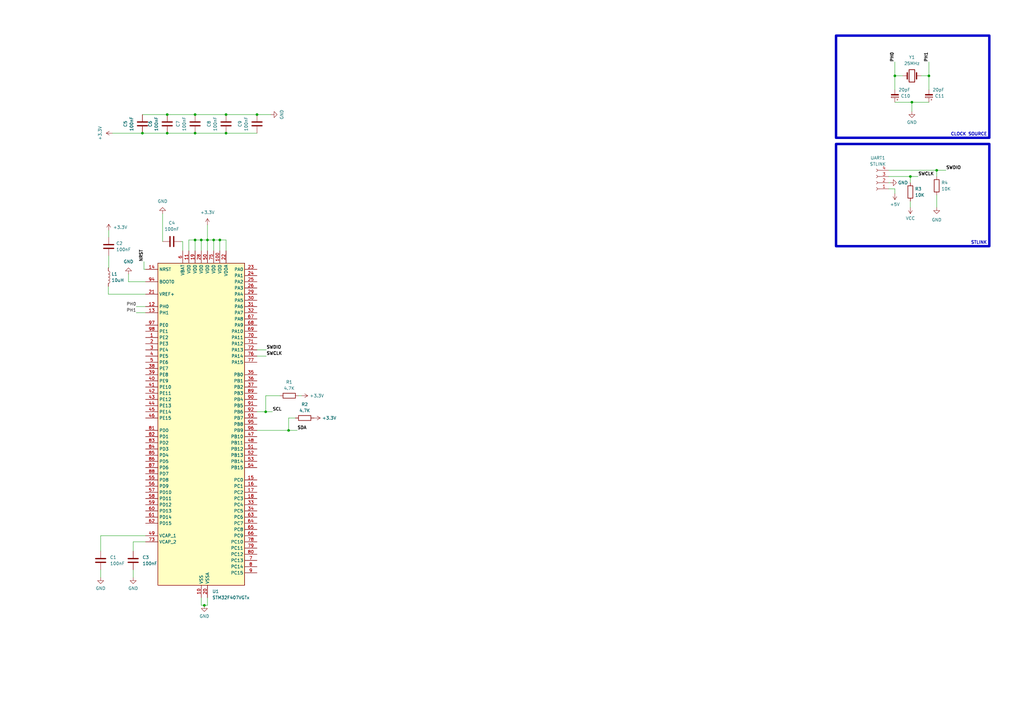
<source format=kicad_sch>
(kicad_sch (version 20231120) (generator "eeschema") (generator_version "8.0")
  (paper "A3")
  (lib_symbols
    (symbol "Connector:Conn_01x04_Socket" (pin_names (offset 1.016) hide)
      (property "Reference" "J" (at 0 5.08 0))
      (property "Value" "Conn_01x04_Socket" (at 0 -7.62 0))
      (symbol "Conn_01x04_Socket_1_1"
        (arc (start 0 -4.572) (mid -0.5058 -5.08) (end 0 -5.588) (stroke (width 0.1524)))
        (arc (start 0 -2.032) (mid -0.5058 -2.54) (end 0 -3.048) (stroke (width 0.1524)))
        (polyline (pts (xy -1.27 -5.08) (xy -0.508 -5.08)) (stroke (width 0.1524)))
        (polyline (pts (xy -1.27 -2.54) (xy -0.508 -2.54)) (stroke (width 0.1524)))
        (polyline (pts (xy -1.27 0) (xy -0.508 0)) (stroke (width 0.1524)))
        (polyline (pts (xy -1.27 2.54) (xy -0.508 2.54)) (stroke (width 0.1524)))
        (arc (start 0 0.508) (mid -0.5058 0) (end 0 -0.508) (stroke (width 0.1524)))
        (arc (start 0 3.048) (mid -0.5058 2.54) (end 0 2.032) (stroke (width 0.1524)))
        (pin passive line (at -5.08 2.54 0) (length 3.81) (name "Pin_1") (number "1"))
        (pin passive line (at -5.08 0 0) (length 3.81) (name "Pin_2") (number "2"))
        (pin passive line (at -5.08 -2.54 0) (length 3.81) (name "Pin_3") (number "3"))
        (pin passive line (at -5.08 -5.08 0) (length 3.81) (name "Pin_4") (number "4"))
      )
    )
    (symbol "Device:C" (pin_numbers hide) (pin_names (offset 0.254))
      (property "Reference" "C" (at 0.635 2.54 0))
      (property "Value" "C" (at 0.635 -2.54 0))
      (symbol "C_0_1"
        (polyline (pts (xy -2.032 -0.762) (xy 2.032 -0.762)) (stroke (width 0.508)))
        (polyline (pts (xy -2.032 0.762) (xy 2.032 0.762)) (stroke (width 0.508)))
      )
      (symbol "C_1_1"
        (pin passive line (at 0 3.81 270) (length 2.794) (name "~") (number "1"))
        (pin passive line (at 0 -3.81 90) (length 2.794) (name "~") (number "2"))
      )
    )
    (symbol "Device:C_Polarized_Small" (pin_numbers hide) (pin_names (offset 0.254) hide)
      (property "Reference" "C" (at 0.254 1.778 0))
      (property "Value" "C_Polarized_Small" (at 0.254 -2.032 0))
      (symbol "C_Polarized_Small_0_1"
        (rectangle (start -1.524 -0.3048) (end 1.524 -0.6858) (fill (type outline)))
        (rectangle (start -1.524 0.6858) (end 1.524 0.3048))
        (polyline (pts (xy -1.27 1.524) (xy -0.762 1.524)))
        (polyline (pts (xy -1.016 1.27) (xy -1.016 1.778)))
      )
      (symbol "C_Polarized_Small_1_1"
        (pin passive line (at 0 2.54 270) (length 1.8542) (name "~") (number "1"))
        (pin passive line (at 0 -2.54 90) (length 1.8542) (name "~") (number "2"))
      )
    )
    (symbol "Device:Crystal" (pin_numbers hide) (pin_names (offset 1.016) hide)
      (property "Reference" "Y" (at 0 3.81 0))
      (property "Value" "Crystal" (at 0 -3.81 0))
      (symbol "Crystal_0_1"
        (rectangle (start -1.143 2.54) (end 1.143 -2.54) (stroke (width 0.3048)))
        (polyline (pts (xy -2.54 0) (xy -1.905 0)))
        (polyline (pts (xy -1.905 -1.27) (xy -1.905 1.27)) (stroke (width 0.508)))
        (polyline (pts (xy 1.905 -1.27) (xy 1.905 1.27)) (stroke (width 0.508)))
        (polyline (pts (xy 2.54 0) (xy 1.905 0)))
      )
      (symbol "Crystal_1_1"
        (pin passive line (at -3.81 0 0) (length 1.27) (name "1") (number "1"))
        (pin passive line (at 3.81 0 180) (length 1.27) (name "2") (number "2"))
      )
    )
    (symbol "Device:L" (pin_numbers hide) (pin_names (offset 1.016) hide)
      (property "Reference" "L" (at -1.27 0 90))
      (property "Value" "L" (at 1.905 0 90))
      (symbol "L_0_1"
        (arc (start 0 -2.54) (mid 0.6323 -1.905) (end 0 -1.27))
        (arc (start 0 -1.27) (mid 0.6323 -0.635) (end 0 0))
        (arc (start 0 0) (mid 0.6323 0.635) (end 0 1.27))
        (arc (start 0 1.27) (mid 0.6323 1.905) (end 0 2.54))
      )
      (symbol "L_1_1"
        (pin passive line (at 0 3.81 270) (length 1.27) (name "1") (number "1"))
        (pin passive line (at 0 -3.81 90) (length 1.27) (name "2") (number "2"))
      )
    )
    (symbol "Device:R" (pin_numbers hide) (pin_names (offset 0))
      (property "Reference" "R" (at 2.032 0 90))
      (property "Value" "R" (at 0 0 90))
      (symbol "R_0_1"
        (rectangle (start -1.016 -2.54) (end 1.016 2.54) (stroke (width 0.254)))
      )
      (symbol "R_1_1"
        (pin passive line (at 0 3.81 270) (length 1.27) (name "~") (number "1"))
        (pin passive line (at 0 -3.81 90) (length 1.27) (name "~") (number "2"))
      )
    )
    (symbol "MCU_ST_STM32F4:STM32F407VGTx"
      (property "Reference" "U" (at -17.78 67.31 0))
      (property "Value" "STM32F407VGTx" (at 12.7 67.31 0))
      (symbol "STM32F407VGTx_0_1"
        (rectangle (start -17.78 -66.04) (end 17.78 66.04) (stroke (width 0.254)) (fill (type background)))
      )
      (symbol "STM32F407VGTx_1_1"
        (pin bidirectional line (at -22.86 35.56 0) (length 5.08) (name "PE2") (number "1"))
        (pin power_in line (at 0 -71.12 90) (length 5.08) (name "VSS") (number "10"))
        (pin power_in line (at 7.62 71.12 270) (length 5.08) (name "VDD") (number "100"))
        (pin power_in line (at -5.08 71.12 270) (length 5.08) (name "VDD") (number "11"))
        (pin bidirectional line (at -22.86 48.26 0) (length 5.08) (name "PH0") (number "12"))
        (pin bidirectional line (at -22.86 45.72 0) (length 5.08) (name "PH1") (number "13"))
        (pin input line (at -22.86 63.5 0) (length 5.08) (name "NRST") (number "14"))
        (pin bidirectional line (at 22.86 -22.86 180) (length 5.08) (name "PC0") (number "15"))
        (pin bidirectional line (at 22.86 -25.4 180) (length 5.08) (name "PC1") (number "16"))
        (pin bidirectional line (at 22.86 -27.94 180) (length 5.08) (name "PC2") (number "17"))
        (pin bidirectional line (at 22.86 -30.48 180) (length 5.08) (name "PC3") (number "18"))
        (pin power_in line (at -2.54 71.12 270) (length 5.08) (name "VDD") (number "19"))
        (pin bidirectional line (at -22.86 33.02 0) (length 5.08) (name "PE3") (number "2"))
        (pin power_in line (at 2.54 -71.12 90) (length 5.08) (name "VSSA") (number "20"))
        (pin input line (at -22.86 53.34 0) (length 5.08) (name "VREF+") (number "21"))
        (pin power_in line (at 10.16 71.12 270) (length 5.08) (name "VDDA") (number "22"))
        (pin bidirectional line (at 22.86 63.5 180) (length 5.08) (name "PA0") (number "23"))
        (pin bidirectional line (at 22.86 60.96 180) (length 5.08) (name "PA1") (number "24"))
        (pin bidirectional line (at 22.86 58.42 180) (length 5.08) (name "PA2") (number "25"))
        (pin bidirectional line (at 22.86 55.88 180) (length 5.08) (name "PA3") (number "26"))
        (pin passive line (at 0 -71.12 90) (length 5.08) hide (name "VSS") (number "27"))
        (pin power_in line (at 0 71.12 270) (length 5.08) (name "VDD") (number "28"))
        (pin bidirectional line (at 22.86 53.34 180) (length 5.08) (name "PA4") (number "29"))
        (pin bidirectional line (at -22.86 30.48 0) (length 5.08) (name "PE4") (number "3"))
        (pin bidirectional line (at 22.86 50.8 180) (length 5.08) (name "PA5") (number "30"))
        (pin bidirectional line (at 22.86 48.26 180) (length 5.08) (name "PA6") (number "31"))
        (pin bidirectional line (at 22.86 45.72 180) (length 5.08) (name "PA7") (number "32"))
        (pin bidirectional line (at 22.86 -33.02 180) (length 5.08) (name "PC4") (number "33"))
        (pin bidirectional line (at 22.86 -35.56 180) (length 5.08) (name "PC5") (number "34"))
        (pin bidirectional line (at 22.86 20.32 180) (length 5.08) (name "PB0") (number "35"))
        (pin bidirectional line (at 22.86 17.78 180) (length 5.08) (name "PB1") (number "36"))
        (pin bidirectional line (at 22.86 15.24 180) (length 5.08) (name "PB2") (number "37"))
        (pin bidirectional line (at -22.86 22.86 0) (length 5.08) (name "PE7") (number "38"))
        (pin bidirectional line (at -22.86 20.32 0) (length 5.08) (name "PE8") (number "39"))
        (pin bidirectional line (at -22.86 27.94 0) (length 5.08) (name "PE5") (number "4"))
        (pin bidirectional line (at -22.86 17.78 0) (length 5.08) (name "PE9") (number "40"))
        (pin bidirectional line (at -22.86 15.24 0) (length 5.08) (name "PE10") (number "41"))
        (pin bidirectional line (at -22.86 12.7 0) (length 5.08) (name "PE11") (number "42"))
        (pin bidirectional line (at -22.86 10.16 0) (length 5.08) (name "PE12") (number "43"))
        (pin bidirectional line (at -22.86 7.62 0) (length 5.08) (name "PE13") (number "44"))
        (pin bidirectional line (at -22.86 5.08 0) (length 5.08) (name "PE14") (number "45"))
        (pin bidirectional line (at -22.86 2.54 0) (length 5.08) (name "PE15") (number "46"))
        (pin bidirectional line (at 22.86 -5.08 180) (length 5.08) (name "PB10") (number "47"))
        (pin bidirectional line (at 22.86 -7.62 180) (length 5.08) (name "PB11") (number "48"))
        (pin power_out line (at -22.86 -45.72 0) (length 5.08) (name "VCAP_1") (number "49"))
        (pin bidirectional line (at -22.86 25.4 0) (length 5.08) (name "PE6") (number "5"))
        (pin power_in line (at 2.54 71.12 270) (length 5.08) (name "VDD") (number "50"))
        (pin bidirectional line (at 22.86 -10.16 180) (length 5.08) (name "PB12") (number "51"))
        (pin bidirectional line (at 22.86 -12.7 180) (length 5.08) (name "PB13") (number "52"))
        (pin bidirectional line (at 22.86 -15.24 180) (length 5.08) (name "PB14") (number "53"))
        (pin bidirectional line (at 22.86 -17.78 180) (length 5.08) (name "PB15") (number "54"))
        (pin bidirectional line (at -22.86 -22.86 0) (length 5.08) (name "PD8") (number "55"))
        (pin bidirectional line (at -22.86 -25.4 0) (length 5.08) (name "PD9") (number "56"))
        (pin bidirectional line (at -22.86 -27.94 0) (length 5.08) (name "PD10") (number "57"))
        (pin bidirectional line (at -22.86 -30.48 0) (length 5.08) (name "PD11") (number "58"))
        (pin bidirectional line (at -22.86 -33.02 0) (length 5.08) (name "PD12") (number "59"))
        (pin power_in line (at -7.62 71.12 270) (length 5.08) (name "VBAT") (number "6"))
        (pin bidirectional line (at -22.86 -35.56 0) (length 5.08) (name "PD13") (number "60"))
        (pin bidirectional line (at -22.86 -38.1 0) (length 5.08) (name "PD14") (number "61"))
        (pin bidirectional line (at -22.86 -40.64 0) (length 5.08) (name "PD15") (number "62"))
        (pin bidirectional line (at 22.86 -38.1 180) (length 5.08) (name "PC6") (number "63"))
        (pin bidirectional line (at 22.86 -40.64 180) (length 5.08) (name "PC7") (number "64"))
        (pin bidirectional line (at 22.86 -43.18 180) (length 5.08) (name "PC8") (number "65"))
        (pin bidirectional line (at 22.86 -45.72 180) (length 5.08) (name "PC9") (number "66"))
        (pin bidirectional line (at 22.86 43.18 180) (length 5.08) (name "PA8") (number "67"))
        (pin bidirectional line (at 22.86 40.64 180) (length 5.08) (name "PA9") (number "68"))
        (pin bidirectional line (at 22.86 38.1 180) (length 5.08) (name "PA10") (number "69"))
        (pin bidirectional line (at 22.86 -55.88 180) (length 5.08) (name "PC13") (number "7"))
        (pin bidirectional line (at 22.86 35.56 180) (length 5.08) (name "PA11") (number "70"))
        (pin bidirectional line (at 22.86 33.02 180) (length 5.08) (name "PA12") (number "71"))
        (pin bidirectional line (at 22.86 30.48 180) (length 5.08) (name "PA13") (number "72"))
        (pin power_out line (at -22.86 -48.26 0) (length 5.08) (name "VCAP_2") (number "73"))
        (pin passive line (at 0 -71.12 90) (length 5.08) hide (name "VSS") (number "74"))
        (pin power_in line (at 5.08 71.12 270) (length 5.08) (name "VDD") (number "75"))
        (pin bidirectional line (at 22.86 27.94 180) (length 5.08) (name "PA14") (number "76"))
        (pin bidirectional line (at 22.86 25.4 180) (length 5.08) (name "PA15") (number "77"))
        (pin bidirectional line (at 22.86 -48.26 180) (length 5.08) (name "PC10") (number "78"))
        (pin bidirectional line (at 22.86 -50.8 180) (length 5.08) (name "PC11") (number "79"))
        (pin bidirectional line (at 22.86 -58.42 180) (length 5.08) (name "PC14") (number "8"))
        (pin bidirectional line (at 22.86 -53.34 180) (length 5.08) (name "PC12") (number "80"))
        (pin bidirectional line (at -22.86 -2.54 0) (length 5.08) (name "PD0") (number "81"))
        (pin bidirectional line (at -22.86 -5.08 0) (length 5.08) (name "PD1") (number "82"))
        (pin bidirectional line (at -22.86 -7.62 0) (length 5.08) (name "PD2") (number "83"))
        (pin bidirectional line (at -22.86 -10.16 0) (length 5.08) (name "PD3") (number "84"))
        (pin bidirectional line (at -22.86 -12.7 0) (length 5.08) (name "PD4") (number "85"))
        (pin bidirectional line (at -22.86 -15.24 0) (length 5.08) (name "PD5") (number "86"))
        (pin bidirectional line (at -22.86 -17.78 0) (length 5.08) (name "PD6") (number "87"))
        (pin bidirectional line (at -22.86 -20.32 0) (length 5.08) (name "PD7") (number "88"))
        (pin bidirectional line (at 22.86 12.7 180) (length 5.08) (name "PB3") (number "89"))
        (pin bidirectional line (at 22.86 -60.96 180) (length 5.08) (name "PC15") (number "9"))
        (pin bidirectional line (at 22.86 10.16 180) (length 5.08) (name "PB4") (number "90"))
        (pin bidirectional line (at 22.86 7.62 180) (length 5.08) (name "PB5") (number "91"))
        (pin bidirectional line (at 22.86 5.08 180) (length 5.08) (name "PB6") (number "92"))
        (pin bidirectional line (at 22.86 2.54 180) (length 5.08) (name "PB7") (number "93"))
        (pin input line (at -22.86 58.42 0) (length 5.08) (name "BOOT0") (number "94"))
        (pin bidirectional line (at 22.86 0 180) (length 5.08) (name "PB8") (number "95"))
        (pin bidirectional line (at 22.86 -2.54 180) (length 5.08) (name "PB9") (number "96"))
        (pin bidirectional line (at -22.86 40.64 0) (length 5.08) (name "PE0") (number "97"))
        (pin bidirectional line (at -22.86 38.1 0) (length 5.08) (name "PE1") (number "98"))
        (pin passive line (at 0 -71.12 90) (length 5.08) hide (name "VSS") (number "99"))
      )
    )
    (symbol "power:+3.3V" (power) (pin_names (offset 0))
      (property "Value" "+3.3V" (at 0 3.556 0))
      (symbol "+3.3V_0_1"
        (polyline (pts (xy -0.762 1.27) (xy 0 2.54)))
        (polyline (pts (xy 0 0) (xy 0 2.54)))
        (polyline (pts (xy 0 2.54) (xy 0.762 1.27)))
      )
      (symbol "+3.3V_1_1"
        (pin power_in line (at 0 0 90) (length 0) hide (name "+3.3V") (number "1"))
      )
    )
    (symbol "power:+5V" (power) (pin_names (offset 0))
      (property "Value" "+5V" (at 0 3.556 0))
      (symbol "+5V_0_1"
        (polyline (pts (xy -0.762 1.27) (xy 0 2.54)))
        (polyline (pts (xy 0 0) (xy 0 2.54)))
        (polyline (pts (xy 0 2.54) (xy 0.762 1.27)))
      )
      (symbol "+5V_1_1"
        (pin power_in line (at 0 0 90) (length 0) hide (name "+5V") (number "1"))
      )
    )
    (symbol "power:GND" (power) (pin_names (offset 0))
      (property "Value" "GND" (at 0 -3.81 0))
      (symbol "GND_0_1"
        (polyline (pts (xy 0 0) (xy 0 -1.27) (xy 1.27 -1.27) (xy 0 -2.54) (xy -1.27 -1.27) (xy 0 -1.27)))
      )
      (symbol "GND_1_1"
        (pin power_in line (at 0 0 270) (length 0) hide (name "GND") (number "1"))
      )
    )
    (symbol "power:VCC" (power) (pin_names (offset 0))
      (property "Value" "VCC" (at 0 3.81 0))
      (symbol "VCC_0_1"
        (polyline (pts (xy -0.762 1.27) (xy 0 2.54)))
        (polyline (pts (xy 0 0) (xy 0 2.54)))
        (polyline (pts (xy 0 2.54) (xy 0.762 1.27)))
      )
      (symbol "VCC_1_1"
        (pin power_in line (at 0 0 90) (length 0) hide (name "VCC") (number "1"))
      )
    )
  )
  (junction (at 374.015 41.91))
  (junction (at 90.17 98.425))
  (junction (at 384.175 69.85))
  (junction (at 367.03 31.115))
  (junction (at 83.82 248.285))
  (junction (at 105.41 46.99))
  (junction (at 80.01 46.99))
  (junction (at 373.38 72.39))
  (junction (at 68.58 46.99))
  (junction (at 87.63 98.425))
  (junction (at 80.01 98.425))
  (junction (at 92.71 54.61))
  (junction (at 80.01 54.61))
  (junction (at 92.71 46.99))
  (junction (at 85.09 98.425))
  (junction (at 58.42 54.61))
  (junction (at 381 31.115))
  (junction (at 82.55 98.425))
  (junction (at 108.966 168.91))
  (junction (at 118.364 176.53))
  (junction (at 68.58 54.61))
  (wire (pts (xy 118.364 171.45) (xy 118.364 176.53)))
  (wire (pts (xy 80.01 46.99) (xy 92.71 46.99)))
  (wire (pts (xy 373.38 72.39) (xy 373.38 74.93)))
  (wire (pts (xy 44.45 120.65) (xy 44.45 117.475)))
  (wire (pts (xy 377.825 31.115) (xy 381 31.115)))
  (wire (pts (xy 59.69 115.57) (xy 52.705 115.57)))
  (wire (pts (xy 373.38 72.39) (xy 376.555 72.39)))
  (wire (pts (xy 374.015 41.91) (xy 374.015 45.72)))
  (wire (pts (xy 87.63 102.87) (xy 87.63 98.425)))
  (wire (pts (xy 92.71 54.61) (xy 105.41 54.61)))
  (wire (pts (xy 92.71 98.425) (xy 90.17 98.425)))
  (wire (pts (xy 85.09 92.202) (xy 85.09 98.425)))
  (wire (pts (xy 384.175 69.85) (xy 387.985 69.85)))
  (wire (pts (xy 381 31.115) (xy 381 36.83)))
  (wire (pts (xy 367.03 25.4) (xy 367.03 31.115)))
  (wire (pts (xy 85.09 245.11) (xy 85.09 248.285)))
  (wire (pts (xy 46.101 54.61) (xy 58.42 54.61)))
  (wire (pts (xy 90.17 102.87) (xy 90.17 98.425)))
  (wire (pts (xy 66.675 87.63) (xy 66.675 99.06)))
  (wire (pts (xy 105.41 146.05) (xy 109.22 146.05)))
  (wire (pts (xy 364.49 72.39) (xy 373.38 72.39)))
  (wire (pts (xy 367.03 41.91) (xy 374.015 41.91)))
  (wire (pts (xy 384.175 80.01) (xy 384.175 85.09)))
  (wire (pts (xy 108.966 168.91) (xy 111.76 168.91)))
  (wire (pts (xy 55.88 128.27) (xy 59.69 128.27)))
  (wire (pts (xy 59.69 222.25) (xy 54.61 222.25)))
  (wire (pts (xy 118.364 176.53) (xy 121.92 176.53)))
  (wire (pts (xy 92.71 46.99) (xy 105.41 46.99)))
  (wire (pts (xy 44.577 109.855) (xy 44.45 109.855)))
  (wire (pts (xy 74.93 99.06) (xy 74.93 102.87)))
  (wire (pts (xy 105.41 176.53) (xy 118.364 176.53)))
  (wire (pts (xy 105.41 143.51) (xy 109.22 143.51)))
  (wire (pts (xy 68.58 46.99) (xy 80.01 46.99)))
  (wire (pts (xy 44.577 94.488) (xy 44.577 97.282)))
  (wire (pts (xy 80.01 98.425) (xy 80.01 102.87)))
  (wire (pts (xy 121.158 171.45) (xy 118.364 171.45)))
  (wire (pts (xy 381 25.4) (xy 381 31.115)))
  (wire (pts (xy 85.09 248.285) (xy 83.82 248.285)))
  (wire (pts (xy 41.275 233.68) (xy 41.275 236.855)))
  (wire (pts (xy 52.705 115.57) (xy 52.705 112.395)))
  (wire (pts (xy 82.55 245.11) (xy 82.55 248.285)))
  (wire (pts (xy 54.61 233.68) (xy 54.61 236.855)))
  (wire (pts (xy 59.69 110.49) (xy 59.055 110.49)))
  (wire (pts (xy 108.966 162.306) (xy 114.808 162.306)))
  (wire (pts (xy 59.055 110.49) (xy 59.055 107.315)))
  (wire (pts (xy 374.015 41.91) (xy 381 41.91)))
  (wire (pts (xy 85.09 98.425) (xy 85.09 102.87)))
  (wire (pts (xy 82.55 98.425) (xy 85.09 98.425)))
  (wire (pts (xy 80.01 54.61) (xy 92.71 54.61)))
  (wire (pts (xy 373.38 82.55) (xy 373.38 85.09)))
  (wire (pts (xy 92.71 102.87) (xy 92.71 98.425)))
  (wire (pts (xy 85.09 98.425) (xy 87.63 98.425)))
  (wire (pts (xy 59.69 219.71) (xy 41.275 219.71)))
  (wire (pts (xy 77.47 98.425) (xy 80.01 98.425)))
  (wire (pts (xy 364.49 69.85) (xy 384.175 69.85)))
  (wire (pts (xy 68.58 54.61) (xy 80.01 54.61)))
  (wire (pts (xy 105.41 168.91) (xy 108.966 168.91)))
  (wire (pts (xy 364.49 77.47) (xy 367.03 77.47)))
  (wire (pts (xy 74.295 99.06) (xy 74.93 99.06)))
  (wire (pts (xy 80.01 98.425) (xy 82.55 98.425)))
  (wire (pts (xy 122.428 162.306) (xy 123.698 162.306)))
  (wire (pts (xy 44.577 104.902) (xy 44.577 109.855)))
  (wire (pts (xy 370.205 31.115) (xy 367.03 31.115)))
  (wire (pts (xy 108.966 162.306) (xy 108.966 168.91)))
  (wire (pts (xy 77.47 102.87) (xy 77.47 98.425)))
  (wire (pts (xy 55.88 125.73) (xy 59.69 125.73)))
  (wire (pts (xy 105.41 46.99) (xy 111.125 46.99)))
  (wire (pts (xy 59.69 120.65) (xy 44.45 120.65)))
  (wire (pts (xy 367.03 77.47) (xy 367.03 79.375)))
  (wire (pts (xy 58.42 46.99) (xy 68.58 46.99)))
  (wire (pts (xy 82.55 98.425) (xy 82.55 102.87)))
  (wire (pts (xy 87.63 98.425) (xy 90.17 98.425)))
  (wire (pts (xy 82.55 248.285) (xy 83.82 248.285)))
  (wire (pts (xy 384.175 69.85) (xy 384.175 72.39)))
  (wire (pts (xy 364.49 74.93) (xy 365.125 74.93)))
  (wire (pts (xy 41.275 219.71) (xy 41.275 226.06)))
  (wire (pts (xy 367.03 31.115) (xy 367.03 36.83)))
  (wire (pts (xy 58.42 54.61) (xy 68.58 54.61)))
  (wire (pts (xy 54.61 222.25) (xy 54.61 226.06)))
  (rectangle (start 342.9 59.055) (end 405.765 100.965) (stroke (width 1)))
  (rectangle (start 342.9 14.605) (end 405.765 56.515) (stroke (width 1)))
  (text "STLINK\n" (at 398.145 100.33 0) (effects (font (size 1.27 1.27) (bold yes)) (justify left bottom)))
  (text "CLOCK SOURCE\n" (at 389.89 55.88 0) (effects (font (size 1.27 1.27) (bold yes)) (justify left bottom)))
  (label "SWCLK" (at 376.555 72.39 0) (effects (font (bold yes))))
  (label "SWCLK" (at 109.22 146.05 0) (effects (font (bold yes))))
  (label "SCL" (at 111.76 168.91 0) (effects (font (bold yes))))
  (label "PH0" (at 55.88 125.73 180))
  (label "SWDIO" (at 387.985 69.85 0) (effects (font (bold yes))))
  (label "PH0" (at 367.03 25.4 90) (effects (font (bold yes))))
  (label "PH1" (at 381 25.4 90) (effects (font (bold yes))))
  (label "NRST" (at 59.055 107.315 90) (effects (font (bold yes))))
  (label "SDA" (at 121.92 176.53 0) (effects (font (bold yes))))
  (label "SWDIO" (at 109.22 143.51 0) (effects (font (bold yes))))
  (label "PH1" (at 55.88 128.27 180))
  (symbol (lib_id "Device:R") (at 384.175 76.2 0) (unit 1)
    (property "Reference" "R4" (at 386.08 74.93 0) (effects (justify left)))
    (property "Value" "10K" (at 386.08 77.47 0) (effects (justify left)))
    (property "Footprint" "Resistor_SMD:R_0805_2012Metric_Pad1.20x1.40mm_HandSolder" (effects (hide yes)))
  )
  (symbol (lib_id "power:GND") (at 83.82 248.285 0) (unit 1)
    (property "Reference" "#PWR06" (effects (hide yes)))
    (property "Value" "GND" (at 83.82 252.73 0))
  )
  (symbol (lib_id "Connector:Conn_01x04_Socket") (at 359.41 74.93 180) (unit 1)
    (property "Reference" "UART1" (at 360.045 64.77 0))
    (property "Value" "STLINK" (at 360.045 67.31 0))
    (property "Footprint" "JST254:JST 4" (effects (hide yes)))
  )
  (symbol (lib_id "power:+3.3V") (at 85.09 92.202 0) (unit 1)
    (property "Reference" "#PWR07" (effects (hide yes)))
    (property "Value" "+3.3V" (at 85.09 87.122 0))
  )
  (symbol (lib_id "MCU_ST_STM32F4:STM32F407VGTx") (at 82.55 173.99 0) (unit 1)
    (property "Reference" "U1" (at 87.0459 242.57 0) (effects (justify left)))
    (property "Value" "STM32F407VGTx" (at 87.0459 245.11 0) (effects (justify left)))
    (property "Footprint" "Package_QFP:LQFP-100_14x14mm_P0.5mm" (effects (hide yes)))
    (property "Datasheet" "https://www.st.com/resource/en/datasheet/stm32f407vg.pdf" (effects (hide yes)))
  )
  (symbol (lib_id "Device:C") (at 44.577 101.092 0) (unit 1)
    (property "Reference" "C2" (at 47.625 99.822 0) (effects (justify left)))
    (property "Value" "100nF" (at 47.625 102.362 0) (effects (justify left)))
    (property "Footprint" "Capacitor_SMD:C_0805_2012Metric_Pad1.18x1.45mm_HandSolder" (effects (hide yes)))
  )
  (symbol (lib_id "Device:C") (at 54.61 229.87 180) (unit 1)
    (property "Reference" "C3" (at 58.42 228.6 0) (effects (justify right)))
    (property "Value" "100nF" (at 58.42 231.14 0) (effects (justify right)))
    (property "Footprint" "Capacitor_SMD:C_0805_2012Metric_Pad1.18x1.45mm_HandSolder" (effects (hide yes)))
  )
  (symbol (lib_id "power:GND") (at 52.705 112.395 180) (unit 1)
    (property "Reference" "#PWR03" (effects (hide yes)))
    (property "Value" "GND" (at 52.705 107.315 0))
  )
  (symbol (lib_id "Device:C") (at 80.01 50.8 180) (unit 1)
    (property "Reference" "C7" (at 73.025 50.8 90))
    (property "Value" "100nF" (at 75.565 50.8 90))
    (property "Footprint" "Capacitor_SMD:C_0805_2012Metric_Pad1.18x1.45mm_HandSolder" (effects (hide yes)))
  )
  (symbol (lib_id "power:GND") (at 41.275 236.855 0) (unit 1)
    (property "Reference" "#PWR01" (effects (hide yes)))
    (property "Value" "GND" (at 41.275 241.3 0))
  )
  (symbol (lib_id "power:GND") (at 365.125 74.93 90) (unit 1)
    (property "Reference" "#PWR014" (effects (hide yes)))
    (property "Value" "GND" (at 368.3 74.93 90) (effects (justify right)))
  )
  (symbol (lib_id "power:+3.3V") (at 123.698 162.306 270) (unit 1)
    (property "Reference" "#PWR08" (effects (hide yes)))
    (property "Value" "+3.3V" (at 127 162.306 90) (effects (justify left)))
  )
  (symbol (lib_id "power:GND") (at 66.675 87.63 180) (unit 1)
    (property "Reference" "#PWR05" (effects (hide yes)))
    (property "Value" "GND" (at 66.675 82.55 0))
  )
  (symbol (lib_id "Device:C_Polarized_Small") (at 381 39.37 180) (unit 1)
    (property "Reference" "C11" (at 387.35 39.37 0) (effects (justify left)))
    (property "Value" "20pF" (at 387.35 36.83 0) (effects (justify left)))
    (property "Footprint" "Capacitor_SMD:C_0805_2012Metric_Pad1.18x1.45mm_HandSolder" (effects (hide yes)))
  )
  (symbol (lib_id "Device:Crystal") (at 374.015 31.115 0) (unit 1)
    (property "Reference" "Y1" (at 374.015 23.495 0))
    (property "Value" "25MHz" (at 374.015 26.035 0))
    (property "Footprint" "Crystal:Crystal_HC49-U_Vertical" (effects (hide yes)))
  )
  (symbol (lib_id "Device:R") (at 124.968 171.45 90) (unit 1)
    (property "Reference" "R2" (at 124.968 165.862 90))
    (property "Value" "4.7K" (at 124.968 168.402 90))
    (property "Footprint" "Resistor_SMD:R_0805_2012Metric_Pad1.20x1.40mm_HandSolder" (effects (hide yes)))
  )
  (symbol (lib_id "power:GND") (at 54.61 236.855 0) (unit 1)
    (property "Reference" "#PWR04" (effects (hide yes)))
    (property "Value" "GND" (at 54.61 241.3 0))
  )
  (symbol (lib_id "power:+3.3V") (at 46.101 54.61 90) (unit 1)
    (property "Reference" "#PWR010" (effects (hide yes)))
    (property "Value" "+3.3V" (at 41.021 54.61 0))
  )
  (symbol (lib_id "power:+3.3V") (at 44.577 94.488 0) (unit 1)
    (property "Reference" "#PWR02" (effects (hide yes)))
    (property "Value" "+3.3V" (at 46.355 93.218 0) (effects (justify left)))
  )
  (symbol (lib_id "Device:C") (at 41.275 229.87 180) (unit 1)
    (property "Reference" "C1" (at 45.085 228.6 0) (effects (justify right)))
    (property "Value" "100nF" (at 45.085 231.14 0) (effects (justify right)))
    (property "Footprint" "Capacitor_SMD:C_0805_2012Metric_Pad1.18x1.45mm_HandSolder" (effects (hide yes)))
  )
  (symbol (lib_id "Device:C") (at 58.42 50.8 180) (unit 1)
    (property "Reference" "C5" (at 51.435 50.8 90))
    (property "Value" "100nF" (at 53.975 50.8 90))
    (property "Footprint" "Capacitor_SMD:C_0805_2012Metric_Pad1.18x1.45mm_HandSolder" (effects (hide yes)))
  )
  (symbol (lib_id "power:VCC") (at 373.38 85.09 180) (unit 1)
    (property "Reference" "#PWR016" (effects (hide yes)))
    (property "Value" "VCC" (at 373.38 89.535 0))
  )
  (symbol (lib_id "Device:C") (at 70.485 99.06 90) (unit 1)
    (property "Reference" "C4" (at 70.485 91.44 90))
    (property "Value" "100nF" (at 70.485 93.98 90))
    (property "Footprint" "Capacitor_SMD:C_0805_2012Metric_Pad1.18x1.45mm_HandSolder" (effects (hide yes)))
  )
  (symbol (lib_id "Device:C") (at 92.71 50.8 180) (unit 1)
    (property "Reference" "C8" (at 85.725 50.8 90))
    (property "Value" "100nF" (at 88.265 50.8 90))
    (property "Footprint" "Capacitor_SMD:C_0805_2012Metric_Pad1.18x1.45mm_HandSolder" (effects (hide yes)))
  )
  (symbol (lib_id "Device:C_Polarized_Small") (at 367.03 39.37 180) (unit 1)
    (property "Reference" "C10" (at 373.38 39.37 0) (effects (justify left)))
    (property "Value" "20pF" (at 373.38 36.83 0) (effects (justify left)))
    (property "Footprint" "Capacitor_SMD:C_0805_2012Metric_Pad1.18x1.45mm_HandSolder" (effects (hide yes)))
  )
  (symbol (lib_id "Device:R") (at 373.38 78.74 0) (unit 1)
    (property "Reference" "R3" (at 375.285 77.47 0) (effects (justify left)))
    (property "Value" "10K" (at 375.285 80.01 0) (effects (justify left)))
    (property "Footprint" "Resistor_SMD:R_0805_2012Metric_Pad1.20x1.40mm_HandSolder" (effects (hide yes)))
  )
  (symbol (lib_id "Device:L") (at 44.45 113.665 0) (unit 1)
    (property "Reference" "L1" (at 45.72 112.395 0) (effects (justify left)))
    (property "Value" "10uH" (at 45.72 114.935 0) (effects (justify left)))
    (property "Footprint" "Capacitor_SMD:C_0805_2012Metric_Pad1.18x1.45mm_HandSolder" (effects (hide yes)))
  )
  (symbol (lib_id "power:GND") (at 111.125 46.99 90) (unit 1)
    (property "Reference" "#PWR011" (effects (hide yes)))
    (property "Value" "GND" (at 115.57 46.99 0))
  )
  (symbol (lib_id "Device:C") (at 105.41 50.8 180) (unit 1)
    (property "Reference" "C9" (at 98.425 50.8 90))
    (property "Value" "100nF" (at 100.965 50.8 90))
    (property "Footprint" "Capacitor_SMD:C_0805_2012Metric_Pad1.18x1.45mm_HandSolder" (effects (hide yes)))
  )
  (symbol (lib_id "power:+5V") (at 367.03 79.375 180) (unit 1)
    (property "Reference" "#PWR015" (effects (hide yes)))
    (property "Value" "+5V" (at 367.03 83.82 0))
  )
  (symbol (lib_id "Device:C") (at 68.58 50.8 180) (unit 1)
    (property "Reference" "C6" (at 61.595 50.8 90))
    (property "Value" "100nF" (at 64.135 50.8 90))
    (property "Footprint" "Capacitor_SMD:C_0805_2012Metric_Pad1.18x1.45mm_HandSolder" (effects (hide yes)))
  )
  (symbol (lib_id "Device:R") (at 118.618 162.306 90) (unit 1)
    (property "Reference" "R1" (at 118.618 156.718 90))
    (property "Value" "4.7K" (at 118.618 159.258 90))
    (property "Footprint" "Resistor_SMD:R_0805_2012Metric_Pad1.20x1.40mm_HandSolder" (effects (hide yes)))
  )
  (symbol (lib_id "power:GND") (at 384.175 85.09 0) (unit 1)
    (property "Reference" "#PWR017" (effects (hide yes)))
    (property "Value" "GND" (at 384.175 90.17 0))
  )
  (symbol (lib_id "power:GND") (at 374.015 45.72 0) (unit 1)
    (property "Reference" "#PWR012" (effects (hide yes)))
    (property "Value" "GND" (at 374.015 50.165 0))
  )
  (symbol (lib_id "power:+3.3V") (at 128.778 171.45 270) (unit 1)
    (property "Reference" "#PWR09" (effects (hide yes)))
    (property "Value" "+3.3V" (at 132.08 171.45 90) (effects (justify left)))
  )
)
</source>
